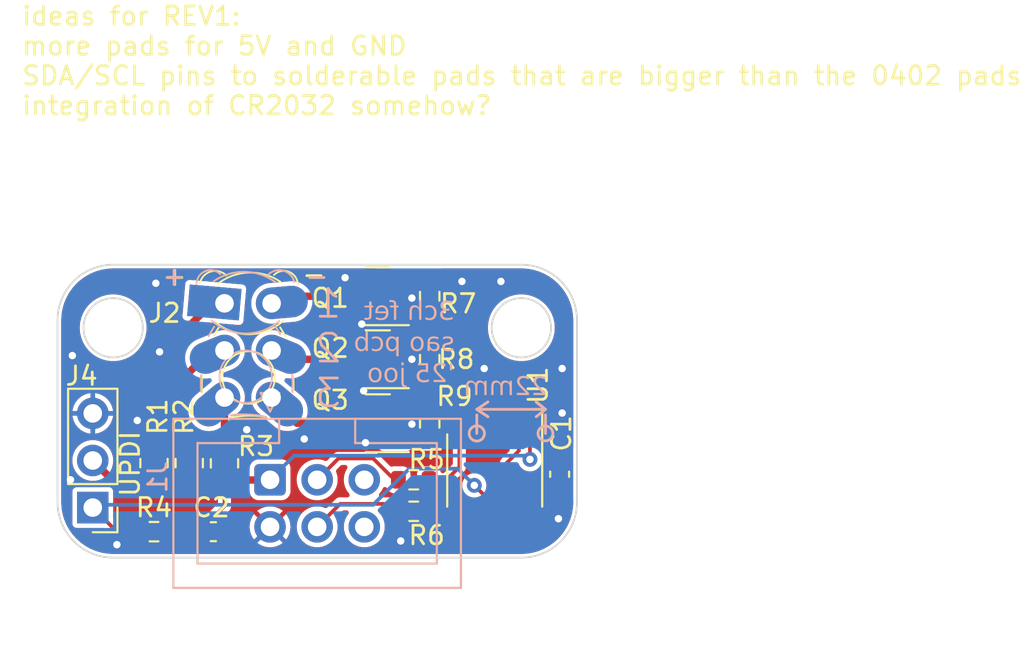
<source format=kicad_pcb>
(kicad_pcb (version 20221018) (generator pcbnew)
  (layers (0 "F.Cu" signal) (31 "B.Cu" signal) (34 "B.Paste" user) (35 "F.Paste" user) (36 "B.SilkS" user "B.Silkscreen") (37 "F.SilkS" user "F.Silkscreen") (38 "B.Mask" user) (39 "F.Mask" user) (44 "Edge.Cuts" user))
  (net 0 "")
  (net 1 "/3V3")
  (net 2 "GND")
  (net 3 "/SDA")
  (net 4 "/SCL")
  (net 5 "/GPIO1")
  (net 6 "/GPIO2")
  (net 7 "Net-(J2-Pin_1)")
  (net 8 "Net-(J2-Pin_2)")
  (net 9 "Net-(J2-Pin_3)")
  (net 10 "/UPDI")
  (net 11 "Net-(Q1-G)")
  (net 12 "Net-(Q2-G)")
  (net 13 "Net-(Q3-G)")
  (net 14 "Net-(U1-PA1)")
  (net 15 "Net-(U1-PA2)")
  (net 16 "Net-(J2-Pin_4)")
  (net 17 "Net-(J2-Pin_5)")
  (net 18 "Net-(J2-Pin_6)")
  (footprint "Package_TO_SOT_SMD:SOT-23" (layer "F.Cu") (at 158.2625 75.3 180)
    (fp_text reference "Q1" (at 2.5625 -0.1) (layer "F.SilkS"))
    (fp_text value "2N7002")
    (fp_line (start 0 -1.56) (end -1.675 -1.56) (stroke (width 0.12)) (layer "F.SilkS"))
    (fp_line (start 0 -1.56) (end 0.65 -1.56) (stroke (width 0.12)) (layer "F.SilkS"))
    (fp_line (start 0 1.56) (end -0.65 1.56) (stroke (width 0.12)) (layer "F.SilkS"))
    (fp_line (start 0 1.56) (end 0.65 1.56) (stroke (width 0.12)) (layer "F.SilkS"))
    (pad "1" smd roundrect (at -0.9375 -0.95 180) (size 1.475 0.6) (layers "F.Cu" "F.Paste" "F.Mask") (net 11 "Net-(Q1-G)"))
    (pad "2" smd roundrect (at -0.9375 0.95 180) (size 1.475 0.6) (layers "F.Cu" "F.Paste" "F.Mask") (net 2 "GND"))
    (pad "3" smd roundrect (at 0.9375 0 180) (size 1.475 0.6) (layers "F.Cu" "F.Paste" "F.Mask") (net 8 "Net-(J2-Pin_2)"))
  )
  (footprint "Capacitor_SMD:C_0603_1608Metric" (layer "F.Cu") (at 168.065 84.9 -90)
    (fp_text reference "C1" (at -2.2 -0.1 90) (layer "F.SilkS"))
    (fp_text value "100n")
    (fp_line (start -0.14058 -0.51) (end 0.14058 -0.51) (stroke (width 0.12)) (layer "F.SilkS"))
    (fp_line (start -0.14058 0.51) (end 0.14058 0.51) (stroke (width 0.12)) (layer "F.SilkS"))
    (pad "1" smd roundrect (at -0.775 0 270) (size 0.9 0.95) (layers "F.Cu" "F.Paste" "F.Mask") (net 1 "/3V3"))
    (pad "2" smd roundrect (at 0.775 0 270) (size 0.9 0.95) (layers "F.Cu" "F.Paste" "F.Mask") (net 2 "GND"))
  )
  (footprint "Resistor_SMD:R_0603_1608Metric" (layer "F.Cu") (at 161.0625 75.3 -90)
    (fp_text reference "R7" (at 0.4 -1.5375 -180) (layer "F.SilkS"))
    (fp_text value "10k")
    (fp_line (start -0.237258 -0.5225) (end 0.237258 -0.5225) (stroke (width 0.12)) (layer "F.SilkS"))
    (fp_line (start -0.237258 0.5225) (end 0.237258 0.5225) (stroke (width 0.12)) (layer "F.SilkS"))
    (pad "1" smd roundrect (at -0.825 0 270) (size 0.8 0.95) (layers "F.Cu" "F.Paste" "F.Mask") (net 2 "GND"))
    (pad "2" smd roundrect (at 0.825 0 270) (size 0.8 0.95) (layers "F.Cu" "F.Paste" "F.Mask") (net 11 "Net-(Q1-G)"))
  )
  (footprint "Resistor_SMD:R_0805_2012Metric" (layer "F.Cu") (at 146.2 84.3 90)
    (fp_text reference "R1" (at 2.5 0.2 270) (layer "F.SilkS"))
    (fp_text value "22")
    (fp_line (start -0.227064 -0.735) (end 0.227064 -0.735) (stroke (width 0.12)) (layer "F.SilkS"))
    (fp_line (start -0.227064 0.735) (end 0.227064 0.735) (stroke (width 0.12)) (layer "F.SilkS"))
    (pad "1" smd roundrect (at -0.9125 0 90) (size 1.025 1.4) (layers "F.Cu" "F.Paste" "F.Mask") (roundrect_rratio 0.243902439) (net 1 "/3V3"))
    (pad "2" smd roundrect (at 0.9125 0 90) (size 1.025 1.4) (layers "F.Cu" "F.Paste" "F.Mask") (roundrect_rratio 0.243902439) (net 7 "Net-(J2-Pin_1)"))
  )
  (footprint "Capacitor_SMD:C_0603_1608Metric" (layer "F.Cu") (at 149.4 88)
    (fp_text reference "C2" (at -0.1 -1.3) (layer "F.SilkS"))
    (fp_text value "4.7u")
    (fp_line (start -0.14058 -0.51) (end 0.14058 -0.51) (stroke (width 0.12)) (layer "F.SilkS"))
    (fp_line (start -0.14058 0.51) (end 0.14058 0.51) (stroke (width 0.12)) (layer "F.SilkS"))
    (pad "1" smd roundrect (at -0.775 0) (size 0.9 0.95) (layers "F.Cu" "F.Paste" "F.Mask") (net 1 "/3V3"))
    (pad "2" smd roundrect (at 0.775 0) (size 0.9 0.95) (layers "F.Cu" "F.Paste" "F.Mask") (net 2 "GND"))
  )
  (footprint "Connector_PinHeader_2.54mm:PinHeader_2x03_P2.54mm_Vertical" (layer "F.Cu") (at 150 75.682966)
    (fp_text reference "J2" (at -3.23 0.525) (layer "F.SilkS"))
    (fp_text value "Conn_02x03_Odd_Even")
    (fp_arc (start -1.504948 -1.04045) (mid -1.041663 -1.733805) (end -0.223795 -1.571121) (stroke (width 0.1)) (layer "B.SilkS"))
    (fp_arc (start -1.262747 4.760163) (mid -1.277334 4.309684) (end -1.254465 3.85955) (stroke (width 0.1)) (layer "B.SilkS"))
    (fp_arc (start -0.845119 1.764315) (mid -0.706228 1.508227) (end -0.554465 1.25955) (stroke (width 0.1)) (layer "B.SilkS"))
    (fp_arc (start -0.565648 -1.203517) (mid 1.1 -1.7) (end 2.745533 -1.140449) (stroke (width 0.1)) (layer "B.SilkS"))
    (fp_arc (start 0.314144 6.039818) (mid 1.287605 5.993508) (end 2.252471 6.130643) (stroke (width 0.1)) (layer "B.SilkS"))
    (fp_arc (start 2.345534 -1.54045) (mid 3.172035 -1.758189) (end 3.768727 -1.146248) (stroke (width 0.1)) (layer "B.SilkS"))
    (fp_arc (start 2.745534 1.25955) (mid 2.885035 1.465383) (end 3.015127 1.677288) (stroke (width 0.1)) (layer "B.SilkS"))
    (fp_arc (start 2.945534 0.95955) (mid 1.112083 1.625211) (end -0.704731 0.9154) (stroke (width 0.1)) (layer "B.SilkS"))
    (fp_arc (start 3.645533 3.85955) (mid 3.668021 4.313379) (end 3.653125 4.76752) (stroke (width 0.1)) (layer "B.SilkS"))
    (fp_circle (center 1.145534 3.95955) (end -0.254466 4.15955) (stroke (width 0.1)) (fill none) (layer "B.SilkS"))
    (fp_arc (start -1.323193 -1.105798) (mid -0.726501 -1.717739) (end 0.1 -1.5) (stroke (width 0.1)) (layer "F.SilkS"))
    (fp_arc (start -1.207591 4.80797) (mid -1.222487 4.353829) (end -1.199999 3.9) (stroke (width 0.1)) (layer "F.SilkS"))
    (fp_arc (start -0.569593 1.717738) (mid -0.4395 1.505833) (end -0.3 1.3) (stroke (width 0.1)) (layer "F.SilkS"))
    (fp_arc (start -0.299999 -1.099999) (mid 1.345534 -1.65955) (end 3.011182 -1.163067) (stroke (width 0.1)) (layer "F.SilkS"))
    (fp_arc (start 0.2 6.2) (mid 1.15932 6.063652) (end 2.127186 6.109696) (stroke (width 0.1)) (layer "F.SilkS"))
    (fp_arc (start 2.669329 -1.530671) (mid 3.487197 -1.693355) (end 3.950482 -1) (stroke (width 0.1)) (layer "F.SilkS"))
    (fp_arc (start 2.999999 1.3) (mid 3.151762 1.548677) (end 3.290653 1.804765) (stroke (width 0.1)) (layer "F.SilkS"))
    (fp_arc (start 3.150265 0.95585) (mid 1.333451 1.665661) (end -0.5 1) (stroke (width 0.1)) (layer "F.SilkS"))
    (fp_arc (start 3.699999 3.9) (mid 3.722868 4.350134) (end 3.708281 4.800613) (stroke (width 0.1)) (layer "F.SilkS"))
    (fp_circle (center 1.3 4) (end 2.7 4.2) (stroke (width 0.1)) (fill none) (layer "F.SilkS"))
    (pad "1" thru_hole rect (at 0 0 355) (size 2.8 1.7) (drill 1 (offset -0.55 0)) (layers "*.Cu" "*.Mask") (net 7 "Net-(J2-Pin_1)"))
    (pad "2" thru_hole oval (at 2.54 0 5) (size 2.8 1.7) (drill 1 (offset 0.55 0)) (layers "*.Cu" "*.Mask") (net 8 "Net-(J2-Pin_2)"))
    (pad "3" thru_hole oval (at 0 2.54 22) (size 2.8 1.7) (drill 1 (offset -0.55 0)) (layers "*.Cu" "*.Mask") (net 9 "Net-(J2-Pin_3)"))
    (pad "4" thru_hole oval (at 2.54 2.54 338) (size 2.8 1.7) (drill 1 (offset 0.55 0)) (layers "*.Cu" "*.Mask") (net 16 "Net-(J2-Pin_4)"))
    (pad "5" thru_hole oval (at 0 5.08 40) (size 2.8 1.7) (drill 1 (offset -0.55 0)) (layers "*.Cu" "*.Mask") (net 17 "Net-(J2-Pin_5)"))
    (pad "6" thru_hole oval (at 2.54 5.08 320) (size 2.8 1.7) (drill 1 (offset 0.55 0)) (layers "*.Cu" "*.Mask") (net 18 "Net-(J2-Pin_6)"))
  )
  (footprint "Resistor_SMD:R_0603_1608Metric" (layer "F.Cu") (at 161.0625 82.15 -90)
    (fp_text reference "R9" (at -1.45 -1.3375 -180) (layer "F.SilkS"))
    (fp_text value "10k")
    (fp_line (start -0.237258 -0.5225) (end 0.237258 -0.5225) (stroke (width 0.12)) (layer "F.SilkS"))
    (fp_line (start -0.237258 0.5225) (end 0.237258 0.5225) (stroke (width 0.12)) (layer "F.SilkS"))
    (pad "1" smd roundrect (at -0.825 0 270) (size 0.8 0.95) (layers "F.Cu" "F.Paste" "F.Mask") (net 2 "GND"))
    (pad "2" smd roundrect (at 0.825 0 270) (size 0.8 0.95) (layers "F.Cu" "F.Paste" "F.Mask") (net 13 "Net-(Q3-G)"))
  )
  (footprint "Resistor_SMD:R_0603_1608Metric" (layer "F.Cu") (at 160.2 85.2)
    (fp_text reference "R5" (at 0.7 -1.1) (layer "F.SilkS"))
    (fp_text value "0R")
    (fp_line (start -0.237258 -0.5225) (end 0.237258 -0.5225) (stroke (width 0.12)) (layer "F.SilkS"))
    (fp_line (start -0.237258 0.5225) (end 0.237258 0.5225) (stroke (width 0.12)) (layer "F.SilkS"))
    (pad "1" smd roundrect (at -0.825 0) (size 0.8 0.95) (layers "F.Cu" "F.Paste" "F.Mask") (net 3 "/SDA"))
    (pad "2" smd roundrect (at 0.825 0) (size 0.8 0.95) (layers "F.Cu" "F.Paste" "F.Mask") (net 14 "Net-(U1-PA1)"))
  )
  (footprint "Resistor_SMD:R_0603_1608Metric" (layer "F.Cu") (at 161.0625 78.7 -90)
    (fp_text reference "R8" (at 0 -1.43 -180) (layer "F.SilkS"))
    (fp_text value "10k")
    (fp_line (start -0.237258 -0.5225) (end 0.237258 -0.5225) (stroke (width 0.12)) (layer "F.SilkS"))
    (fp_line (start -0.237258 0.5225) (end 0.237258 0.5225) (stroke (width 0.12)) (layer "F.SilkS"))
    (pad "1" smd roundrect (at -0.825 0 270) (size 0.8 0.95) (layers "F.Cu" "F.Paste" "F.Mask") (net 2 "GND"))
    (pad "2" smd roundrect (at 0.825 0 270) (size 0.8 0.95) (layers "F.Cu" "F.Paste" "F.Mask") (net 12 "Net-(Q2-G)"))
  )
  (footprint "Resistor_SMD:R_0805_2012Metric" (layer "F.Cu") (at 148.1 84.3 90)
    (fp_text reference "R2" (at 2.5 -0.3 270) (layer "F.SilkS"))
    (fp_text value "22")
    (fp_line (start -0.227064 -0.735) (end 0.227064 -0.735) (stroke (width 0.12)) (layer "F.SilkS"))
    (fp_line (start -0.227064 0.735) (end 0.227064 0.735) (stroke (width 0.12)) (layer "F.SilkS"))
    (pad "1" smd roundrect (at -0.9125 0 90) (size 1.025 1.4) (layers "F.Cu" "F.Paste" "F.Mask") (roundrect_rratio 0.243902439) (net 1 "/3V3"))
    (pad "2" smd roundrect (at 0.9125 0 90) (size 1.025 1.4) (layers "F.Cu" "F.Paste" "F.Mask") (roundrect_rratio 0.243902439) (net 9 "Net-(J2-Pin_3)"))
  )
  (footprint "Resistor_SMD:R_0603_1608Metric" (layer "F.Cu") (at 160.2 86.9)
    (fp_text reference "R6" (at 0.7 1.3) (layer "F.SilkS"))
    (fp_text value "0R")
    (fp_line (start -0.237258 -0.5225) (end 0.237258 -0.5225) (stroke (width 0.12)) (layer "F.SilkS"))
    (fp_line (start -0.237258 0.5225) (end 0.237258 0.5225) (stroke (width 0.12)) (layer "F.SilkS"))
    (pad "1" smd roundrect (at -0.825 0) (size 0.8 0.95) (layers "F.Cu" "F.Paste" "F.Mask") (net 4 "/SCL"))
    (pad "2" smd roundrect (at 0.825 0) (size 0.8 0.95) (layers "F.Cu" "F.Paste" "F.Mask") (net 15 "Net-(U1-PA2)"))
  )
  (footprint "Package_SO:SOIC-8_3.9x4.9mm_P1.27mm" (layer "F.Cu") (at 164.565 84.7 -90)
    (fp_text reference "U1" (at -4.6 -2.335 90) (layer "F.SilkS"))
    (fp_text value "ATtiny402-SS")
    (fp_line (start 0 -2.56) (end -3.45 -2.56) (stroke (width 0.12)) (layer "F.SilkS"))
    (fp_line (start 0 -2.56) (end 1.95 -2.56) (stroke (width 0.12)) (layer "F.SilkS"))
    (fp_line (start 0 2.56) (end -1.95 2.56) (stroke (width 0.12)) (layer "F.SilkS"))
    (fp_line (start 0 2.56) (end 1.95 2.56) (stroke (width 0.12)) (layer "F.SilkS"))
    (pad "1" smd roundrect (at -2.475 -1.905 270) (size 1.95 0.6) (layers "F.Cu" "F.Paste" "F.Mask") (net 1 "/3V3"))
    (pad "2" smd roundrect (at -2.475 -0.635 270) (size 1.95 0.6) (layers "F.Cu" "F.Paste" "F.Mask") (net 12 "Net-(Q2-G)"))
    (pad "3" smd roundrect (at -2.475 0.635 270) (size 1.95 0.6) (layers "F.Cu" "F.Paste" "F.Mask") (net 13 "Net-(Q3-G)"))
    (pad "4" smd roundrect (at -2.475 1.905 270) (size 1.95 0.6) (layers "F.Cu" "F.Paste" "F.Mask") (net 14 "Net-(U1-PA1)"))
    (pad "5" smd roundrect (at 2.475 1.905 270) (size 1.95 0.6) (layers "F.Cu" "F.Paste" "F.Mask") (net 15 "Net-(U1-PA2)"))
    (pad "6" smd roundrect (at 2.475 0.635 270) (size 1.95 0.6) (layers "F.Cu" "F.Paste" "F.Mask") (net 10 "/UPDI"))
    (pad "7" smd roundrect (at 2.475 -0.635 270) (size 1.95 0.6) (layers "F.Cu" "F.Paste" "F.Mask") (net 11 "Net-(Q1-G)"))
    (pad "8" smd roundrect (at 2.475 -1.905 270) (size 1.95 0.6) (layers "F.Cu" "F.Paste" "F.Mask") (net 2 "GND"))
  )
  (footprint "Package_TO_SOT_SMD:SOT-23" (layer "F.Cu") (at 158.2625 78.7 180)
    (fp_text reference "Q2" (at 2.5625 0.6) (layer "F.SilkS"))
    (fp_text value "2N7002")
    (fp_line (start 0 -1.56) (end -1.675 -1.56) (stroke (width 0.12)) (layer "F.SilkS"))
    (fp_line (start 0 -1.56) (end 0.65 -1.56) (stroke (width 0.12)) (layer "F.SilkS"))
    (fp_line (start 0 1.56) (end -0.65 1.56) (stroke (width 0.12)) (layer "F.SilkS"))
    (fp_line (start 0 1.56) (end 0.65 1.56) (stroke (width 0.12)) (layer "F.SilkS"))
    (pad "1" smd roundrect (at -0.9375 -0.95 180) (size 1.475 0.6) (layers "F.Cu" "F.Paste" "F.Mask") (net 12 "Net-(Q2-G)"))
    (pad "2" smd roundrect (at -0.9375 0.95 180) (size 1.475 0.6) (layers "F.Cu" "F.Paste" "F.Mask") (net 2 "GND"))
    (pad "3" smd roundrect (at 0.9375 0 180) (size 1.475 0.6) (layers "F.Cu" "F.Paste" "F.Mask") (net 16 "Net-(J2-Pin_4)"))
  )
  (footprint "Resistor_SMD:R_0805_2012Metric" (layer "F.Cu") (at 150 84.3125 90)
    (fp_text reference "R3" (at 0.9125 1.7) (layer "F.SilkS"))
    (fp_text value "22")
    (fp_line (start -0.227064 -0.735) (end 0.227064 -0.735) (stroke (width 0.12)) (layer "F.SilkS"))
    (fp_line (start -0.227064 0.735) (end 0.227064 0.735) (stroke (width 0.12)) (layer "F.SilkS"))
    (pad "1" smd roundrect (at -0.9125 0 90) (size 1.025 1.4) (layers "F.Cu" "F.Paste" "F.Mask") (roundrect_rratio 0.243902439) (net 1 "/3V3"))
    (pad "2" smd roundrect (at 0.9125 0 90) (size 1.025 1.4) (layers "F.Cu" "F.Paste" "F.Mask") (roundrect_rratio 0.243902439) (net 17 "Net-(J2-Pin_5)"))
  )
  (footprint "Connector_PinHeader_2.54mm:PinHeader_1x03_P2.54mm_Vertical" (layer "F.Cu") (at 142.9 86.7 180)
    (fp_text reference "J4" (at 0.6 7.1) (layer "F.SilkS"))
    (fp_text value "Conn_01x03")
    (fp_line (start -1.33 -1.33) (end 0 -1.33) (stroke (width 0.12)) (layer "F.SilkS"))
    (fp_line (start -1.33 0) (end -1.33 -1.33) (stroke (width 0.12)) (layer "F.SilkS"))
    (fp_line (start -1.33 1.27) (end -1.33 6.41) (stroke (width 0.12)) (layer "F.SilkS"))
    (fp_line (start -1.33 1.27) (end 1.33 1.27) (stroke (width 0.12)) (layer "F.SilkS"))
    (fp_line (start -1.33 6.41) (end 1.33 6.41) (stroke (width 0.12)) (layer "F.SilkS"))
    (fp_line (start 1.33 1.27) (end 1.33 6.41) (stroke (width 0.12)) (layer "F.SilkS"))
    (pad "1" thru_hole rect (at 0 0 180) (size 1.7 1.7) (drill 1) (layers "*.Cu" "*.Mask") (net 10 "/UPDI"))
    (pad "2" thru_hole oval (at 0 2.54 180) (size 1.7 1.7) (drill 1) (layers "*.Cu" "*.Mask") (net 1 "/3V3"))
    (pad "3" thru_hole oval (at 0 5.08 180) (size 1.7 1.7) (drill 1) (layers "*.Cu" "*.Mask") (net 2 "GND"))
  )
  (footprint "Resistor_SMD:R_0603_1608Metric" (layer "F.Cu") (at 146.2 88)
    (fp_text reference "R4" (at 0 -1.3) (layer "F.SilkS"))
    (fp_text value "10k")
    (fp_line (start -0.237258 -0.5225) (end 0.237258 -0.5225) (stroke (width 0.12)) (layer "F.SilkS"))
    (fp_line (start -0.237258 0.5225) (end 0.237258 0.5225) (stroke (width 0.12)) (layer "F.SilkS"))
    (pad "1" smd roundrect (at -0.825 0) (size 0.8 0.95) (layers "F.Cu" "F.Paste" "F.Mask") (net 10 "/UPDI"))
    (pad "2" smd roundrect (at 0.825 0) (size 0.8 0.95) (layers "F.Cu" "F.Paste" "F.Mask") (net 1 "/3V3"))
  )
  (footprint "Package_TO_SOT_SMD:SOT-23" (layer "F.Cu") (at 158.2625 82.15 180)
    (fp_text reference "Q3" (at 2.5625 1.25) (layer "F.SilkS"))
    (fp_text value "2N7002")
    (fp_line (start 0 -1.56) (end -1.675 -1.56) (stroke (width 0.12)) (layer "F.SilkS"))
    (fp_line (start 0 -1.56) (end 0.65 -1.56) (stroke (width 0.12)) (layer "F.SilkS"))
    (fp_line (start 0 1.56) (end -0.65 1.56) (stroke (width 0.12)) (layer "F.SilkS"))
    (fp_line (start 0 1.56) (end 0.65 1.56) (stroke (width 0.12)) (layer "F.SilkS"))
    (pad "1" smd roundrect (at -0.9375 -0.95 180) (size 1.475 0.6) (layers "F.Cu" "F.Paste" "F.Mask") (net 13 "Net-(Q3-G)"))
    (pad "2" smd roundrect (at -0.9375 0.95 180) (size 1.475 0.6) (layers "F.Cu" "F.Paste" "F.Mask") (net 2 "GND"))
    (pad "3" smd roundrect (at 0.9375 0 180) (size 1.475 0.6) (layers "F.Cu" "F.Paste" "F.Mask") (net 18 "Net-(J2-Pin_6)"))
  )
  (footprint "Connector_IDC:IDC-Header_2x03_P2.54mm_Vertical" (layer "B.Cu") (at 152.455 85.2 -90)
    (fp_text reference "J1" (at -0.1475 6.055 90) (layer "B.SilkS") (effects (justify mirror)))
    (fp_text value "Conn_02x03_Odd_Even")
    (fp_line (start -4.68 -0.5) (end -3.68 0) (stroke (width 0.12)) (layer "B.SilkS"))
    (fp_line (start -4.68 0.5) (end -4.68 -0.5) (stroke (width 0.12)) (layer "B.SilkS"))
    (fp_line (start -3.68 0) (end -4.68 0.5) (stroke (width 0.12)) (layer "B.SilkS"))
    (fp_line (start -3.29 -10.29) (end -3.29 5.21) (stroke (width 0.12)) (layer "B.SilkS"))
    (fp_line (start -3.29 -0.49) (end -1.98 -0.49) (stroke (width 0.12)) (layer "B.SilkS"))
    (fp_line (start -3.29 5.21) (end 5.83 5.21) (stroke (width 0.12)) (layer "B.SilkS"))
    (fp_line (start -1.98 -8.99) (end -1.98 -4.59) (stroke (width 0.12)) (layer "B.SilkS"))
    (fp_line (start -1.98 -4.59) (end -3.29 -4.59) (stroke (width 0.12)) (layer "B.SilkS"))
    (fp_line (start -1.98 -4.59) (end -1.98 -4.59) (stroke (width 0.12)) (layer "B.SilkS"))
    (fp_line (start -1.98 -0.49) (end -1.98 3.91) (stroke (width 0.12)) (layer "B.SilkS"))
    (fp_line (start -1.98 3.91) (end 4.52 3.91) (stroke (width 0.12)) (layer "B.SilkS"))
    (fp_line (start 4.52 -8.99) (end -1.98 -8.99) (stroke (width 0.12)) (layer "B.SilkS"))
    (fp_line (start 4.52 3.91) (end 4.52 -8.99) (stroke (width 0.12)) (layer "B.SilkS"))
    (fp_line (start 5.83 -10.29) (end -3.29 -10.29) (stroke (width 0.12)) (layer "B.SilkS"))
    (fp_line (start 5.83 5.21) (end 5.83 -10.29) (stroke (width 0.12)) (layer "B.SilkS"))
    (pad "1" thru_hole roundrect (at 0 0 270) (size 1.7 1.7) (drill 1) (layers "*.Cu" "*.Mask") (roundrect_rratio 0.1470588235) (net 1 "/3V3"))
    (pad "2" thru_hole circle (at 2.54 0 270) (size 1.7 1.7) (drill 1) (layers "*.Cu" "*.Mask") (net 2 "GND"))
    (pad "3" thru_hole circle (at 0 -2.54 270) (size 1.7 1.7) (drill 1) (layers "*.Cu" "*.Mask") (net 3 "/SDA"))
    (pad "4" thru_hole circle (at 2.54 -2.54 270) (size 1.7 1.7) (drill 1) (layers "*.Cu" "*.Mask") (net 4 "/SCL"))
    (pad "5" thru_hole circle (at 0 -5.08 270) (size 1.7 1.7) (drill 1) (layers "*.Cu" "*.Mask") (net 5 "/GPIO1"))
    (pad "6" thru_hole circle (at 2.54 -5.08 270) (size 1.7 1.7) (drill 1) (layers "*.Cu" "*.Mask") (net 6 "/GPIO2"))
  )
  (gr_line (start 163.6 81.7) (end 163.6 82.7) (stroke (width 0.15)) (layer "B.SilkS"))
  (gr_circle (center 167.3 82.7) (end 167.7 82.7) (stroke (width 0.15)) (fill none) (layer "B.SilkS"))
  (gr_line (start 167.3 82.7) (end 167.3 81.7) (stroke (width 0.15)) (layer "B.SilkS"))
  (gr_line (start 164.2 81.8) (end 163.6 81.4) (stroke (width 0.15)) (layer "B.SilkS"))
  (gr_line (start 167.3 81.4) (end 166.8 81) (stroke (width 0.15)) (layer "B.SilkS"))
  (gr_line (start 163.6 81.4) (end 164.2 81.8) (stroke (width 0.15)) (layer "B.SilkS"))
  (gr_line (start 163.6 81.4) (end 164.2 81) (stroke (width 0.15)) (layer "B.SilkS"))
  (gr_line (start 167.3 81.4) (end 163.6 81.4) (stroke (width 0.15)) (layer "B.SilkS"))
  (gr_line (start 166.8 81) (end 167.3 81.4) (stroke (width 0.15)) (layer "B.SilkS"))
  (gr_circle (center 163.6 82.7) (end 164 82.8) (stroke (width 0.15)) (fill none) (layer "B.SilkS"))
  (gr_line (start 167.3 81.4) (end 166.8 81.8) (stroke (width 0.15)) (layer "B.SilkS"))
  (gr_line (start 169 76.6) (end 169 86.4) (stroke (width 0.1)) (layer "Edge.Cuts"))
  (gr_line (start 144 73.6) (end 166 73.6) (stroke (width 0.1)) (layer "Edge.Cuts"))
  (gr_arc (start 141 76.6) (mid 141.87868 74.47868) (end 144 73.6) (stroke (width 0.1)) (layer "Edge.Cuts"))
  (gr_arc (start 169 86.4) (mid 168.12132 88.52132) (end 166 89.4) (stroke (width 0.1)) (layer "Edge.Cuts"))
  (gr_circle (center 144 77) (end 145.6 77) (stroke (width 0.1)) (fill none) (layer "Edge.Cuts"))
  (gr_arc (start 144 89.4) (mid 141.87868 88.52132) (end 141 86.4) (stroke (width 0.1)) (layer "Edge.Cuts"))
  (gr_arc (start 166 73.6) (mid 168.12132 74.47868) (end 169 76.6) (stroke (width 0.1)) (layer "Edge.Cuts"))
  (gr_circle (center 166 77) (end 167.6 77) (stroke (width 0.1)) (fill none) (layer "Edge.Cuts"))
  (gr_line (start 166 89.4) (end 144 89.4) (stroke (width 0.1)) (layer "Edge.Cuts"))
  (gr_line (start 141 86.4) (end 141 76.6) (stroke (width 0.1)) (layer "Edge.Cuts"))
  (gr_text "-" (at 155.7 74.8) (layer "B.SilkS") (effects (font (size 1 1)) (justify left bottom mirror)))
  (gr_text "22mm" (at 167.4 80.8) (layer "B.SilkS") (effects (font (size 1 1)) (justify left bottom mirror)))
  (gr_text "+" (at 148 74.8) (layer "B.SilkS") (effects (font (size 1 1)) (justify left bottom mirror)))
  (gr_text "3ch fet\nsao pcb\n'25 joo" (at 162.4 80.1) (layer "B.SilkS") (effects (font (size 1 1)) (justify left bottom mirror)))
  (gr_text "1\n2\n3" (at 156.4 81.4) (layer "B.SilkS") (effects (font (size 1.5 1.5)) (justify left bottom mirror)))
  (gr_text "+" (at 146.6 74.8) (layer "F.SilkS") (effects (font (size 1 1)) (justify left bottom)))
  (gr_text "ideas for REV1:\nmore pads for 5V and GND\nSDA/SCL pins to solderable pads that are bigger than the 0402 pads\nintegration of CR2032 somehow?" (at 139 65.6) (layer "F.SilkS") (effects (font (size 1 1)) (justify left bottom)))
  (gr_text "UPDI" (at 145.5 86.2 90) (layer "F.SilkS") (effects (font (size 1 1)) (justify left bottom)))
  (gr_text "-" (at 154.1 74.7) (layer "F.SilkS") (effects (font (size 1 1)) (justify left bottom)))
  (segment (start 168.065 83.82) (end 166.47 82.225) (width 0.2) (layer "F.Cu") (net 1))
  (segment (start 168.065 84.125) (end 168.065 83.82) (width 0.2) (layer "F.Cu") (net 1))
  (segment (start 147.025 88) (end 148.625 88) (width 0.2) (layer "F.Cu") (net 1))
  (segment (start 148.625 88) (end 150 86.625) (width 0.2) (layer "F.Cu") (net 1))
  (segment (start 150 86.625) (end 150 85.2125) (width 0.2) (layer "F.Cu") (net 1))
  (segment (start 166.465 84.1) (end 166.465 82.23) (width 0.2) (layer "F.Cu") (net 1))
  (segment (start 150 85.2125) (end 152.4425 85.2125) (width 0.4) (layer "F.Cu") (net 1))
  (segment (start 142.9 84.16) (end 143.825 85.085) (width 0.4) (layer "F.Cu") (net 1))
  (segment (start 146.2 85.2125) (end 148.1 85.2125) (width 0.4) (layer "F.Cu") (net 1))
  (segment (start 143.825 85.085) (end 146.0725 85.085) (width 0.4) (layer "F.Cu") (net 1))
  (segment (start 146.0725 85.085) (end 146.2 85.2125) (width 0.4) (layer "F.Cu") (net 1))
  (segment (start 166.465 82.23) (end 166.47 82.225) (width 0.2) (layer "F.Cu") (net 1))
  (segment (start 148.1 85.2125) (end 150 85.2125) (width 0.4) (layer "F.Cu") (net 1))
  (segment (start 152.4425 85.2125) (end 152.455 85.2) (width 0.4) (layer "F.Cu") (net 1))
  (via (at 166.465 84.1) (size 0.8) (drill 0.4) (layers "F.Cu" "B.Cu") (net 1))
  (segment (start 166.265 83.9) (end 166.465 84.1) (width 0.2) (layer "B.Cu") (net 1))
  (segment (start 152.455 85.2) (end 153.755 83.9) (width 0.2) (layer "B.Cu") (net 1))
  (segment (start 153.755 83.9) (end 166.265 83.9) (width 0.2) (layer "B.Cu") (net 1))
  (via (at 164.9 74.5) (size 0.8) (drill 0.4) (layers "F.Cu" "B.Cu") (net 2))
  (via (at 168 87.3) (size 0.8) (drill 0.4) (layers "F.Cu" "B.Cu") (net 2))
  (via (at 159.5 88.5) (size 0.8) (drill 0.4) (layers "F.Cu" "B.Cu") (net 2))
  (via (at 164 79.2) (size 0.8) (drill 0.4) (layers "F.Cu" "B.Cu") (net 2))
  (via (at 160.1 78.7) (size 0.8) (drill 0.4) (layers "F.Cu" "B.Cu") (net 2))
  (via (at 157.5 80.4) (size 0.8) (drill 0.4) (layers "F.Cu" "B.Cu") (net 2))
  (via (at 145.3 82) (size 0.8) (drill 0.4) (layers "F.Cu" "B.Cu") (net 2))
  (via (at 160.1 75.4) (size 0.8) (drill 0.4) (layers "F.Cu" "B.Cu") (net 2))
  (via (at 141.7 85.2) (size 0.8) (drill 0.4) (layers "F.Cu" "B.Cu") (net 2))
  (via (at 146.3 74.6) (size 0.8) (drill 0.4) (layers "F.Cu" "B.Cu") (net 2))
  (via (at 157.6 83.2) (size 0.8) (drill 0.4) (layers "F.Cu" "B.Cu") (net 2))
  (via (at 141.8 78.5) (size 0.8) (drill 0.4) (layers "F.Cu" "B.Cu") (net 2))
  (via (at 160.1 82.2) (size 0.8) (drill 0.4) (layers "F.Cu" "B.Cu") (net 2))
  (via (at 168.2 81.6) (size 0.8) (drill 0.4) (layers "F.Cu" "B.Cu") (net 2))
  (via (at 146.5 78.3) (size 0.8) (drill 0.4) (layers "F.Cu" "B.Cu") (net 2))
  (via (at 162.8 74.5) (size 0.8) (drill 0.4) (layers "F.Cu" "B.Cu") (net 2))
  (via (at 144.2 88.699998) (size 0.8) (drill 0.4) (layers "F.Cu" "B.Cu") (net 2))
  (via (at 151.2 82.5) (size 0.8) (drill 0.4) (layers "F.Cu" "B.Cu") (net 2))
  (via (at 154.3 83) (size 0.8) (drill 0.4) (layers "F.Cu" "B.Cu") (net 2))
  (via (at 156.5 74.3) (size 0.8) (drill 0.4) (layers "F.Cu" "B.Cu") (net 2))
  (via (at 157.4 76.8) (size 0.8) (drill 0.4) (layers "F.Cu" "B.Cu") (net 2))
  (via (at 168.2 79.2) (size 0.8) (drill 0.4) (layers "F.Cu" "B.Cu") (net 2))
  (segment (start 158.011346 84.05) (end 159.161346 85.2) (width 0.2) (layer "F.Cu") (net 3))
  (segment (start 159.161346 85.2) (end 159.275 85.2) (width 0.2) (layer "F.Cu") (net 3))
  (segment (start 154.995 85.2) (end 156.145 84.05) (width 0.2) (layer "F.Cu") (net 3))
  (segment (start 156.145 84.05) (end 158.011346 84.05) (width 0.2) (layer "F.Cu") (net 3))
  (segment (start 156.235 86.5) (end 158.975 86.5) (width 0.2) (layer "F.Cu") (net 4))
  (segment (start 154.995 87.74) (end 156.235 86.5) (width 0.2) (layer "F.Cu") (net 4))
  (segment (start 158.975 86.5) (end 159.375 86.9) (width 0.2) (layer "F.Cu") (net 4))
  (segment (start 147.63 78.87) (end 147.63 77.37) (width 0.4) (layer "F.Cu") (net 7))
  (segment (start 146.2 83.3875) (end 146.2 80.3) (width 0.4) (layer "F.Cu") (net 7))
  (segment (start 149.3 75.7) (end 150 75.7) (width 0.4) (layer "F.Cu") (net 7))
  (segment (start 147.63 77.37) (end 149.3 75.7) (width 0.4) (layer "F.Cu") (net 7))
  (segment (start 146.2 80.3) (end 147.63 78.87) (width 0.4) (layer "F.Cu") (net 7))
  (segment (start 157.325 75.3) (end 152.94 75.3) (width 0.4) (layer "F.Cu") (net 8))
  (segment (start 152.94 75.3) (end 152.54 75.7) (width 0.4) (layer "F.Cu") (net 8))
  (segment (start 149.26 78.24) (end 150 78.24) (width 0.4) (layer "F.Cu") (net 9))
  (segment (start 147.63 79.87) (end 149.26 78.24) (width 0.4) (layer "F.Cu") (net 9))
  (segment (start 147.63 82.9175) (end 147.63 79.87) (width 0.4) (layer "F.Cu") (net 9))
  (segment (start 148.1 83.3875) (end 147.63 82.9175) (width 0.4) (layer "F.Cu") (net 9))
  (segment (start 145.175 87.8) (end 144 87.8) (width 0.2) (layer "F.Cu") (net 10))
  (segment (start 163.93 85.965) (end 163.93 87.175) (width 0.2) (layer "F.Cu") (net 10))
  (segment (start 145.375 88) (end 145.175 87.8) (width 0.2) (layer "F.Cu") (net 10))
  (segment (start 163.465 85.5) (end 163.93 85.965) (width 0.2) (layer "F.Cu") (net 10))
  (segment (start 144 87.8) (end 142.9 86.7) (width 0.2) (layer "F.Cu") (net 10))
  (via (at 163.465 85.5) (size 0.8) (drill 0.4) (layers "F.Cu" "B.Cu") (net 10))
  (segment (start 163.465 85.5) (end 162.565 84.6) (width 0.2) (layer "B.Cu") (net 10))
  (segment (start 158.011346 86.55) (end 143.05 86.55) (width 0.2) (layer "B.Cu") (net 10))
  (segment (start 143.05 86.55) (end 142.9 86.7) (width 0.2) (layer "B.Cu") (net 10))
  (segment (start 162.565 84.6) (end 159.961346 84.6) (width 0.2) (layer "B.Cu") (net 10))
  (segment (start 159.961346 84.6) (end 158.011346 86.55) (width 0.2) (layer "B.Cu") (net 10))
  (segment (start 160.9375 76.25) (end 161.0625 76.125) (width 0.2) (layer "F.Cu") (net 11))
  (segment (start 162.915 80.15) (end 164.036238 80.15) (width 0.2) (layer "F.Cu") (net 11))
  (segment (start 165.2 84.304339) (end 165.2 87.175) (width 0.2) (layer "F.Cu") (net 11))
  (segment (start 162 79.235) (end 162.915 80.15) (width 0.2) (layer "F.Cu") (net 11))
  (segment (start 162 79.235) (end 162 77.0625) (width 0.2) (layer "F.Cu") (net 11))
  (segment (start 162 77.0625) (end 161.0625 76.125) (width 0.2) (layer "F.Cu") (net 11))
  (segment (start 165.490552 80.9) (end 165.865 81.274448) (width 0.2) (layer "F.Cu") (net 11))
  (segment (start 159.2 76.25) (end 160.9375 76.25) (width 0.2) (layer "F.Cu") (net 11))
  (segment (start 164.036238 80.15) (end 164.786238 80.9) (width 0.2) (layer "F.Cu") (net 11))
  (segment (start 165.865 81.274448) (end 165.865 83.639339) (width 0.2) (layer "F.Cu") (net 11))
  (segment (start 164.786238 80.9) (end 165.490552 80.9) (width 0.2) (layer "F.Cu") (net 11))
  (segment (start 165.865 83.639339) (end 165.2 84.304339) (width 0.2) (layer "F.Cu") (net 11))
  (segment (start 161.0625 79.525) (end 159.325 79.525) (width 0.2) (layer "F.Cu") (net 12))
  (segment (start 159.325 79.525) (end 159.2 79.65) (width 0.2) (layer "F.Cu") (net 12))
  (segment (start 162.0875 80.55) (end 161.0625 79.525) (width 0.2) (layer "F.Cu") (net 12))
  (segment (start 161.0625 79.525) (end 161.125 79.525) (width 0.2) (layer "F.Cu") (net 12))
  (segment (start 165.2 81.879448) (end 163.870552 80.55) (width 0.2) (layer "F.Cu") (net 12))
  (segment (start 165.2 82.225) (end 165.2 81.879448) (width 0.2) (layer "F.Cu") (net 12))
  (segment (start 163.870552 80.55) (end 162.0875 80.55) (width 0.2) (layer "F.Cu") (net 12))
  (segment (start 161.9 81.365) (end 162.315 80.95) (width 0.2) (layer "F.Cu") (net 13))
  (segment (start 160.9375 83.1) (end 161.0625 82.975) (width 0.2) (layer "F.Cu") (net 13))
  (segment (start 161.0625 82.8375) (end 161.0625 82.975) (width 0.2) (layer "F.Cu") (net 13))
  (segment (start 163.93 81.250001) (end 163.93 82.225) (width 0.2) (layer "F.Cu") (net 13))
  (segment (start 159.2 83.1) (end 160.9375 83.1) (width 0.2) (layer "F.Cu") (net 13))
  (segment (start 161.0625 82.975) (end 161.9 82.1375) (width 0.2) (layer "F.Cu") (net 13))
  (segment (start 163.629999 80.95) (end 163.93 81.250001) (width 0.2) (layer "F.Cu") (net 13))
  (segment (start 161.9 82.1375) (end 161.9 81.365) (width 0.2) (layer "F.Cu") (net 13))
  (segment (start 162.315 80.95) (end 163.629999 80.95) (width 0.2) (layer "F.Cu") (net 13))
  (segment (start 161.965 85.2) (end 162.66 84.505) (width 0.2) (layer "F.Cu") (net 14))
  (segment (start 162.66 84.505) (end 162.66 82.225) (width 0.2) (layer "F.Cu") (net 14))
  (segment (start 161.965 85.2) (end 160.925 85.2) (width 0.2) (layer "F.Cu") (net 14))
  (segment (start 161.025 86.9) (end 162.385 86.9) (width 0.2) (layer "F.Cu") (net 15))
  (segment (start 162.385 86.9) (end 162.66 87.175) (width 0.2) (layer "F.Cu") (net 15))
  (segment (start 161.025 86.9) (end 161.3 87.175) (width 0.2) (layer "F.Cu") (net 15))
  (segment (start 157.325 78.7) (end 153 78.7) (width 0.4) (layer "F.Cu") (net 16))
  (segment (start 153 78.7) (end 152.54 78.24) (width 0.4) (layer "F.Cu") (net 16))
  (segment (start 150 83.3875) (end 150 80.78) (width 0.4) (layer "F.Cu") (net 17))
  (segment (start 153.91 82.15) (end 152.54 80.78) (width 0.4) (layer "F.Cu") (net 18))
  (segment (start 157.325 82.15) (end 153.91 82.15) (width 0.4) (layer "F.Cu") (net 18))
  (zone (net 2) (net_name "GND") (layers "F&B.Cu") (connect_pads (clearance 0.25)) (min_thickness 0.25) (fill yes (thermal_gap 0.25) (thermal_bridge_width 0.25))
    (polygon (pts (xy 138 71.4) (xy 172 71.4) (xy 171.9 91.4) (xy 137.9 91.4)))
  )
)
</source>
